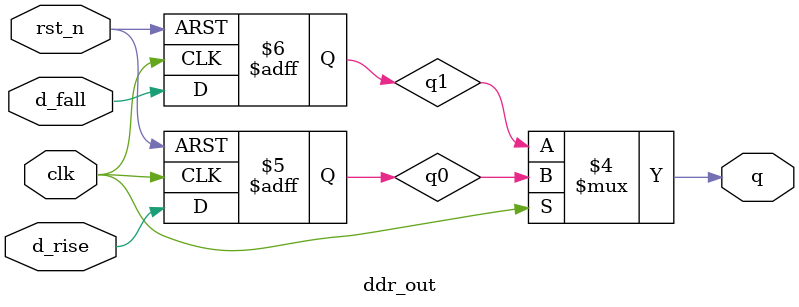
<source format=v>
/**********************************************************************
 * DO WHAT THE FUCK YOU WANT TO AND DON'T BLAME US PUBLIC LICENSE     *
 *                    Version 3, April 2008                           *
 *                                                                    *
 * Copyright (C) 2018 Luke Wren                                       *
 *                                                                    *
 * Everyone is permitted to copy and distribute verbatim or modified  *
 * copies of this license document and accompanying software, and     *
 * changing either is allowed.                                        *
 *                                                                    *
 *   TERMS AND CONDITIONS FOR COPYING, DISTRIBUTION AND MODIFICATION  *
 *                                                                    *
 * 0. You just DO WHAT THE FUCK YOU WANT TO.                          *
 * 1. We're NOT RESPONSIBLE WHEN IT DOESN'T FUCKING WORK.             *
 *                                                                    *
 *********************************************************************/

// Timing:
// d_rise, d_fall are both sampled on the same rising clk edge.
// d_rise goes straight to the pad, and d_fall follows a half-cycle later.

module ddr_out (
	input wire clk,
	input wire rst_n,

	input wire d_rise,
	input wire d_fall,
	output reg q
);

`ifdef FPGA_ICE40

reg d_fall_r;
always @ (posedge clk or negedge rst_n)
	if (!rst_n)
		d_fall_r <= 1'b0;
	else
		d_fall_r <= d_fall;

SB_IO #(
	.PIN_TYPE (6'b01_00_00),
	//            |  |  |
	//            |  |  \----- Registered input (and no clock!)
	//            |  \-------- DDR output
	//            \----------- Permanent output enable
	.PULLUP (1'b 0)
) buffer (
	.PACKAGE_PIN  (q),
	.OUTPUT_CLK   (clk),
	.INPUT_CLK    (clk),
	.D_OUT_0      (d_rise),
	.D_OUT_1      (d_fall_r)
);

`elsif FPGA_ECP5

ODDRX1F oddr (
	.D0   (d_rise),
	.D1   (d_fall),
	.SCLK (clk),
	.RST  (0),
	.Q    (q)
);

`else

// Blocking to intermediates, nonblocking to output, to avoid multiple NBA
// deltas at the output
reg q0, q1;
always @ (posedge clk or negedge rst_n)
	if (!rst_n)
		{q0, q1} = 2'd0;
	else
		{q0, q1} = {d_rise, d_fall};

always @ (*)
	q <= clk ? q0 : q1;

`endif

endmodule

</source>
